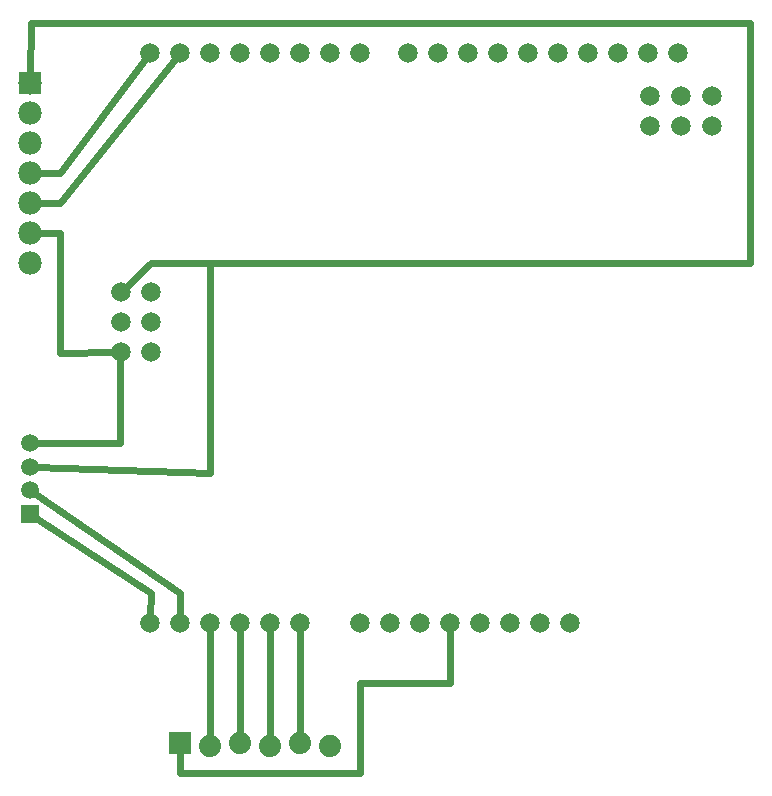
<source format=gbl>
G04 MADE WITH FRITZING*
G04 WWW.FRITZING.ORG*
G04 DOUBLE SIDED*
G04 HOLES PLATED*
G04 CONTOUR ON CENTER OF CONTOUR VECTOR*
%ASAXBY*%
%FSLAX23Y23*%
%MOIN*%
%OFA0B0*%
%SFA1.0B1.0*%
%ADD10C,0.074000*%
%ADD11C,0.059200*%
%ADD12C,0.078000*%
%ADD13C,0.065278*%
%ADD14R,0.059200X0.059200*%
%ADD15R,0.078000X0.078000*%
%ADD16C,0.024000*%
%ADD17R,0.001000X0.001000*%
%LNCOPPER0*%
G90*
G70*
G54D10*
X722Y145D03*
X822Y135D03*
X922Y145D03*
X1022Y135D03*
X1122Y145D03*
X1222Y135D03*
G54D11*
X222Y908D03*
X222Y1145D03*
X222Y1066D03*
X222Y987D03*
G54D12*
X222Y2345D03*
X222Y2245D03*
X222Y2145D03*
X222Y2045D03*
X222Y1945D03*
X222Y1845D03*
X222Y1745D03*
G54D13*
X1022Y545D03*
X922Y545D03*
X822Y545D03*
X722Y545D03*
X622Y545D03*
X1482Y2445D03*
X1582Y2445D03*
X1682Y2445D03*
X1782Y2445D03*
X1882Y2445D03*
X1982Y2445D03*
X2082Y2445D03*
X2182Y2445D03*
X2282Y2445D03*
X2382Y2445D03*
X622Y2445D03*
X722Y2445D03*
X822Y2445D03*
X922Y2445D03*
X1022Y2445D03*
X1122Y2445D03*
X1222Y2445D03*
X1322Y2445D03*
X1922Y545D03*
X2022Y545D03*
X1822Y545D03*
X1722Y545D03*
X1622Y545D03*
X1522Y545D03*
X1422Y545D03*
X1322Y545D03*
X1122Y545D03*
X524Y1647D03*
X624Y1647D03*
X524Y1548D03*
X624Y1548D03*
X524Y1449D03*
X624Y1449D03*
X2392Y2302D03*
X2392Y2202D03*
X2288Y2302D03*
X2288Y2202D03*
X2496Y2302D03*
X2496Y2202D03*
X1022Y545D03*
X922Y545D03*
X822Y545D03*
X722Y545D03*
X622Y545D03*
X1482Y2445D03*
X1582Y2445D03*
X1682Y2445D03*
X1782Y2445D03*
X1882Y2445D03*
X1982Y2445D03*
X2082Y2445D03*
X2182Y2445D03*
X2282Y2445D03*
X2382Y2445D03*
X622Y2445D03*
X722Y2445D03*
X822Y2445D03*
X922Y2445D03*
X1022Y2445D03*
X1122Y2445D03*
X1222Y2445D03*
X1322Y2445D03*
X1922Y545D03*
X2022Y545D03*
X1822Y545D03*
X1722Y545D03*
X1622Y545D03*
X1522Y545D03*
X1422Y545D03*
X1322Y545D03*
X1122Y545D03*
X524Y1647D03*
X624Y1647D03*
X524Y1548D03*
X624Y1548D03*
X524Y1449D03*
X624Y1449D03*
X2392Y2302D03*
X2392Y2202D03*
X2288Y2302D03*
X2288Y2202D03*
X2496Y2302D03*
X2496Y2202D03*
G54D14*
X222Y908D03*
G54D15*
X222Y2345D03*
G54D16*
X1321Y344D02*
X1622Y344D01*
D02*
X1622Y344D02*
X1622Y525D01*
D02*
X723Y43D02*
X1321Y43D01*
D02*
X1321Y43D02*
X1321Y344D01*
D02*
X722Y125D02*
X723Y43D01*
D02*
X822Y155D02*
X822Y525D01*
D02*
X922Y165D02*
X922Y525D01*
D02*
X1022Y155D02*
X1022Y525D01*
D02*
X1122Y165D02*
X1122Y525D01*
D02*
X323Y1944D02*
X241Y1945D01*
D02*
X710Y2429D02*
X323Y1944D01*
D02*
X323Y2043D02*
X241Y2044D01*
D02*
X610Y2429D02*
X323Y2043D01*
D02*
X2623Y1746D02*
X624Y1746D01*
D02*
X624Y1746D02*
X538Y1662D01*
D02*
X2623Y2344D02*
X2623Y1746D01*
D02*
X2623Y2546D02*
X2623Y2344D01*
D02*
X224Y2546D02*
X2623Y2546D01*
D02*
X223Y2364D02*
X224Y2546D01*
D02*
X323Y1445D02*
X323Y1845D01*
D02*
X323Y1845D02*
X241Y1845D01*
D02*
X504Y1449D02*
X323Y1445D01*
D02*
X624Y645D02*
X242Y896D01*
D02*
X623Y565D02*
X624Y645D01*
D02*
X723Y645D02*
X236Y978D01*
D02*
X722Y565D02*
X723Y645D01*
D02*
X521Y1144D02*
X523Y1429D01*
D02*
X238Y1145D02*
X521Y1144D01*
D02*
X822Y1746D02*
X624Y1746D01*
D02*
X624Y1746D02*
X538Y1662D01*
D02*
X822Y1045D02*
X822Y1746D01*
D02*
X238Y1065D02*
X822Y1045D01*
G54D17*
X687Y182D02*
X759Y182D01*
X686Y181D02*
X759Y181D01*
X686Y180D02*
X759Y180D01*
X686Y179D02*
X759Y179D01*
X686Y178D02*
X759Y178D01*
X686Y177D02*
X759Y177D01*
X686Y176D02*
X759Y176D01*
X686Y175D02*
X759Y175D01*
X686Y174D02*
X759Y174D01*
X686Y173D02*
X759Y173D01*
X686Y172D02*
X759Y172D01*
X686Y171D02*
X759Y171D01*
X686Y170D02*
X759Y170D01*
X686Y169D02*
X759Y169D01*
X686Y168D02*
X759Y168D01*
X686Y167D02*
X759Y167D01*
X686Y166D02*
X759Y166D01*
X686Y165D02*
X721Y165D01*
X725Y165D02*
X759Y165D01*
X686Y164D02*
X716Y164D01*
X730Y164D02*
X759Y164D01*
X686Y163D02*
X713Y163D01*
X732Y163D02*
X759Y163D01*
X686Y162D02*
X712Y162D01*
X734Y162D02*
X759Y162D01*
X686Y161D02*
X710Y161D01*
X735Y161D02*
X759Y161D01*
X686Y160D02*
X709Y160D01*
X737Y160D02*
X759Y160D01*
X686Y159D02*
X708Y159D01*
X738Y159D02*
X759Y159D01*
X686Y158D02*
X707Y158D01*
X738Y158D02*
X759Y158D01*
X686Y157D02*
X706Y157D01*
X739Y157D02*
X759Y157D01*
X686Y156D02*
X706Y156D01*
X740Y156D02*
X759Y156D01*
X686Y155D02*
X705Y155D01*
X741Y155D02*
X759Y155D01*
X686Y154D02*
X704Y154D01*
X741Y154D02*
X759Y154D01*
X686Y153D02*
X704Y153D01*
X742Y153D02*
X759Y153D01*
X686Y152D02*
X704Y152D01*
X742Y152D02*
X759Y152D01*
X686Y151D02*
X703Y151D01*
X742Y151D02*
X759Y151D01*
X686Y150D02*
X703Y150D01*
X743Y150D02*
X759Y150D01*
X686Y149D02*
X703Y149D01*
X743Y149D02*
X759Y149D01*
X686Y148D02*
X703Y148D01*
X743Y148D02*
X759Y148D01*
X686Y147D02*
X702Y147D01*
X743Y147D02*
X759Y147D01*
X686Y146D02*
X702Y146D01*
X743Y146D02*
X759Y146D01*
X686Y145D02*
X702Y145D01*
X743Y145D02*
X759Y145D01*
X686Y144D02*
X702Y144D01*
X743Y144D02*
X759Y144D01*
X686Y143D02*
X703Y143D01*
X743Y143D02*
X759Y143D01*
X686Y142D02*
X703Y142D01*
X743Y142D02*
X759Y142D01*
X686Y141D02*
X703Y141D01*
X743Y141D02*
X759Y141D01*
X686Y140D02*
X703Y140D01*
X743Y140D02*
X759Y140D01*
X686Y139D02*
X703Y139D01*
X742Y139D02*
X759Y139D01*
X686Y138D02*
X704Y138D01*
X742Y138D02*
X759Y138D01*
X686Y137D02*
X704Y137D01*
X742Y137D02*
X759Y137D01*
X686Y136D02*
X705Y136D01*
X741Y136D02*
X759Y136D01*
X686Y135D02*
X705Y135D01*
X740Y135D02*
X759Y135D01*
X686Y134D02*
X706Y134D01*
X740Y134D02*
X759Y134D01*
X686Y133D02*
X707Y133D01*
X739Y133D02*
X759Y133D01*
X686Y132D02*
X707Y132D01*
X738Y132D02*
X759Y132D01*
X686Y131D02*
X708Y131D01*
X737Y131D02*
X759Y131D01*
X686Y130D02*
X709Y130D01*
X736Y130D02*
X759Y130D01*
X686Y129D02*
X711Y129D01*
X735Y129D02*
X759Y129D01*
X686Y128D02*
X712Y128D01*
X733Y128D02*
X759Y128D01*
X686Y127D02*
X714Y127D01*
X732Y127D02*
X759Y127D01*
X686Y126D02*
X717Y126D01*
X729Y126D02*
X759Y126D01*
X686Y125D02*
X759Y125D01*
X686Y124D02*
X759Y124D01*
X686Y123D02*
X759Y123D01*
X686Y122D02*
X759Y122D01*
X686Y121D02*
X759Y121D01*
X686Y120D02*
X759Y120D01*
X686Y119D02*
X759Y119D01*
X686Y118D02*
X759Y118D01*
X686Y117D02*
X759Y117D01*
X686Y116D02*
X759Y116D01*
X686Y115D02*
X759Y115D01*
X686Y114D02*
X759Y114D01*
X686Y113D02*
X759Y113D01*
X686Y112D02*
X759Y112D01*
X686Y111D02*
X759Y111D01*
X686Y110D02*
X759Y110D01*
X686Y109D02*
X759Y109D01*
D02*
G04 End of Copper0*
M02*
</source>
